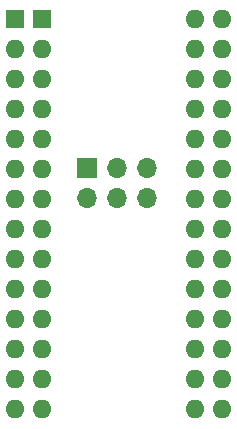
<source format=gbs>
G04 #@! TF.GenerationSoftware,KiCad,Pcbnew,5.1.9+dfsg1-1*
G04 #@! TF.CreationDate,2021-03-03T15:22:06-06:00*
G04 #@! TF.ProjectId,Nano SwinSIDb,4e616e6f-2053-4776-996e-534944622e6b,rev?*
G04 #@! TF.SameCoordinates,Original*
G04 #@! TF.FileFunction,Soldermask,Bot*
G04 #@! TF.FilePolarity,Negative*
%FSLAX46Y46*%
G04 Gerber Fmt 4.6, Leading zero omitted, Abs format (unit mm)*
G04 Created by KiCad (PCBNEW 5.1.9+dfsg1-1) date 2021-03-03 15:22:06*
%MOMM*%
%LPD*%
G01*
G04 APERTURE LIST*
%ADD10O,1.600000X1.600000*%
%ADD11R,1.600000X1.600000*%
%ADD12O,1.700000X1.700000*%
%ADD13R,1.700000X1.700000*%
G04 APERTURE END LIST*
D10*
X111760000Y-81280000D03*
X96520000Y-114300000D03*
X111760000Y-83820000D03*
X96520000Y-111760000D03*
X111760000Y-86360000D03*
X96520000Y-109220000D03*
X111760000Y-88900000D03*
X96520000Y-106680000D03*
X111760000Y-91440000D03*
X96520000Y-104140000D03*
X111760000Y-93980000D03*
X96520000Y-101600000D03*
X111760000Y-96520000D03*
X96520000Y-99060000D03*
X111760000Y-99060000D03*
X96520000Y-96520000D03*
X111760000Y-101600000D03*
X96520000Y-93980000D03*
X111760000Y-104140000D03*
X96520000Y-91440000D03*
X111760000Y-106680000D03*
X96520000Y-88900000D03*
X111760000Y-109220000D03*
X96520000Y-86360000D03*
X111760000Y-111760000D03*
X96520000Y-83820000D03*
X111760000Y-114300000D03*
D11*
X96520000Y-81280000D03*
D10*
X109474000Y-81280000D03*
X94234000Y-114300000D03*
X109474000Y-83820000D03*
X94234000Y-111760000D03*
X109474000Y-86360000D03*
X94234000Y-109220000D03*
X109474000Y-88900000D03*
X94234000Y-106680000D03*
X109474000Y-91440000D03*
X94234000Y-104140000D03*
X109474000Y-93980000D03*
X94234000Y-101600000D03*
X109474000Y-96520000D03*
X94234000Y-99060000D03*
X109474000Y-99060000D03*
X94234000Y-96520000D03*
X109474000Y-101600000D03*
X94234000Y-93980000D03*
X109474000Y-104140000D03*
X94234000Y-91440000D03*
X109474000Y-106680000D03*
X94234000Y-88900000D03*
X109474000Y-109220000D03*
X94234000Y-86360000D03*
X109474000Y-111760000D03*
X94234000Y-83820000D03*
X109474000Y-114300000D03*
D11*
X94234000Y-81280000D03*
D12*
X105410000Y-96393000D03*
X105410000Y-93853000D03*
X102870000Y-96393000D03*
X102870000Y-93853000D03*
X100330000Y-96393000D03*
D13*
X100330000Y-93853000D03*
M02*

</source>
